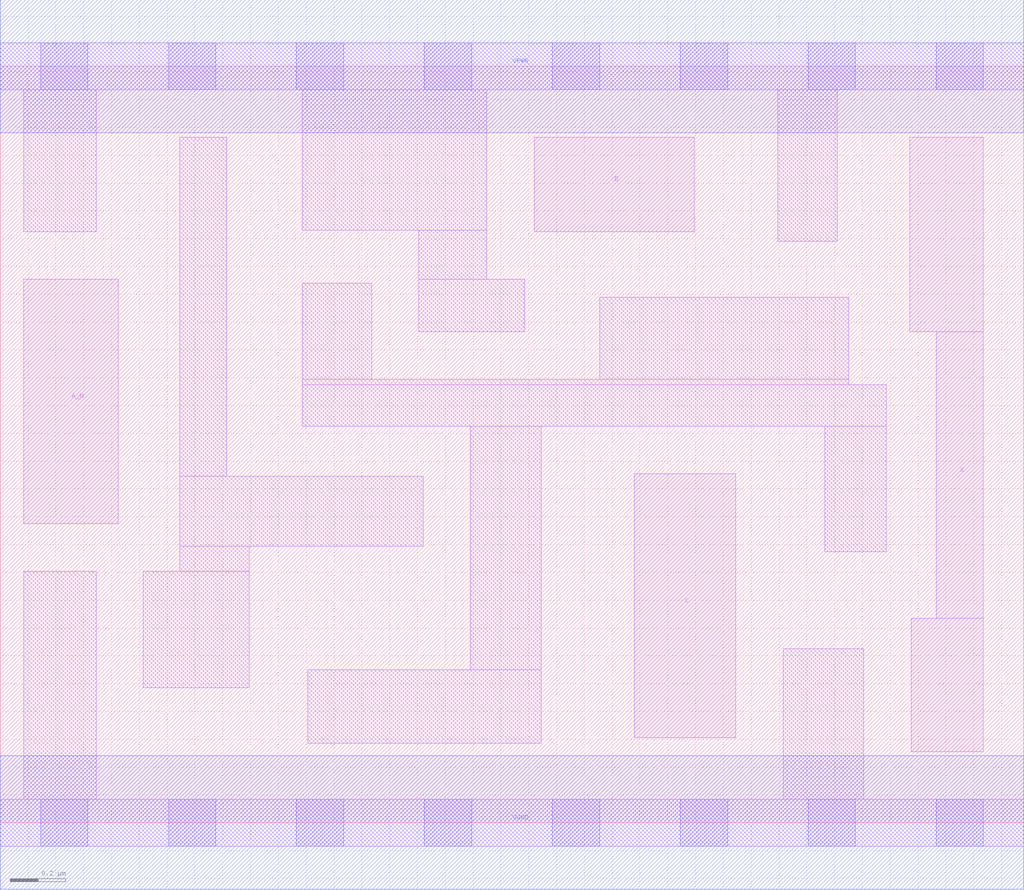
<source format=lef>
# Copyright 2020 The SkyWater PDK Authors
#
# Licensed under the Apache License, Version 2.0 (the "License");
# you may not use this file except in compliance with the License.
# You may obtain a copy of the License at
#
#     https://www.apache.org/licenses/LICENSE-2.0
#
# Unless required by applicable law or agreed to in writing, software
# distributed under the License is distributed on an "AS IS" BASIS,
# WITHOUT WARRANTIES OR CONDITIONS OF ANY KIND, either express or implied.
# See the License for the specific language governing permissions and
# limitations under the License.
#
# SPDX-License-Identifier: Apache-2.0

VERSION 5.7 ;
BUSBITCHARS "[]" ;
DIVIDERCHAR "/" ;
PROPERTYDEFINITIONS
  MACRO maskLayoutSubType STRING ;
  MACRO prCellType STRING ;
  MACRO originalViewName STRING ;
END PROPERTYDEFINITIONS
MACRO sky130_fd_sc_hdll__and3b_1
  ORIGIN  0.000000  0.000000 ;
  CLASS CORE ;
  SYMMETRY X Y R90 ;
  SIZE  3.680000 BY  2.720000 ;
  SITE unithd ;
  PIN A_N
    ANTENNAGATEAREA  0.138600 ;
    DIRECTION INPUT ;
    USE SIGNAL ;
    PORT
      LAYER li1 ;
        RECT 0.085000 1.075000 0.425000 1.955000 ;
    END
  END A_N
  PIN B
    ANTENNAGATEAREA  0.138600 ;
    DIRECTION INPUT ;
    USE SIGNAL ;
    PORT
      LAYER li1 ;
        RECT 1.920000 2.125000 2.495000 2.465000 ;
    END
  END B
  PIN C
    ANTENNAGATEAREA  0.138600 ;
    DIRECTION INPUT ;
    USE SIGNAL ;
    PORT
      LAYER li1 ;
        RECT 2.280000 0.305000 2.645000 1.255000 ;
    END
  END C
  PIN X
    ANTENNADIFFAREA  0.439000 ;
    DIRECTION OUTPUT ;
    USE SIGNAL ;
    PORT
      LAYER li1 ;
        RECT 3.270000 1.765000 3.535000 2.465000 ;
        RECT 3.275000 0.255000 3.535000 0.735000 ;
        RECT 3.365000 0.735000 3.535000 1.765000 ;
    END
  END X
  PIN VGND
    DIRECTION INOUT ;
    USE GROUND ;
    PORT
      LAYER met1 ;
        RECT 0.000000 -0.240000 3.680000 0.240000 ;
    END
  END VGND
  PIN VNB
    DIRECTION INOUT ;
    USE GROUND ;
    PORT
    END
  END VNB
  PIN VPB
    DIRECTION INOUT ;
    USE POWER ;
    PORT
    END
  END VPB
  PIN VPWR
    DIRECTION INOUT ;
    USE POWER ;
    PORT
      LAYER met1 ;
        RECT 0.000000 2.480000 3.680000 2.960000 ;
    END
  END VPWR
  OBS
    LAYER li1 ;
      RECT 0.000000 -0.085000 3.680000 0.085000 ;
      RECT 0.000000  2.635000 3.680000 2.805000 ;
      RECT 0.085000  0.085000 0.345000 0.905000 ;
      RECT 0.085000  2.125000 0.345000 2.635000 ;
      RECT 0.515000  0.485000 0.895000 0.905000 ;
      RECT 0.645000  0.905000 0.895000 0.995000 ;
      RECT 0.645000  0.995000 1.520000 1.245000 ;
      RECT 0.645000  1.245000 0.815000 2.465000 ;
      RECT 1.085000  1.425000 3.185000 1.575000 ;
      RECT 1.085000  1.575000 3.050000 1.595000 ;
      RECT 1.085000  1.595000 1.335000 1.940000 ;
      RECT 1.085000  2.130000 1.750000 2.635000 ;
      RECT 1.105000  0.285000 1.945000 0.550000 ;
      RECT 1.505000  1.765000 1.885000 1.955000 ;
      RECT 1.505000  1.955000 1.750000 2.130000 ;
      RECT 1.690000  0.550000 1.945000 1.425000 ;
      RECT 2.155000  1.595000 3.050000 1.890000 ;
      RECT 2.795000  2.090000 3.010000 2.635000 ;
      RECT 2.815000  0.085000 3.105000 0.625000 ;
      RECT 2.965000  0.975000 3.185000 1.425000 ;
    LAYER mcon ;
      RECT 0.145000 -0.085000 0.315000 0.085000 ;
      RECT 0.145000  2.635000 0.315000 2.805000 ;
      RECT 0.605000 -0.085000 0.775000 0.085000 ;
      RECT 0.605000  2.635000 0.775000 2.805000 ;
      RECT 1.065000 -0.085000 1.235000 0.085000 ;
      RECT 1.065000  2.635000 1.235000 2.805000 ;
      RECT 1.525000 -0.085000 1.695000 0.085000 ;
      RECT 1.525000  2.635000 1.695000 2.805000 ;
      RECT 1.985000 -0.085000 2.155000 0.085000 ;
      RECT 1.985000  2.635000 2.155000 2.805000 ;
      RECT 2.445000 -0.085000 2.615000 0.085000 ;
      RECT 2.445000  2.635000 2.615000 2.805000 ;
      RECT 2.905000 -0.085000 3.075000 0.085000 ;
      RECT 2.905000  2.635000 3.075000 2.805000 ;
      RECT 3.365000 -0.085000 3.535000 0.085000 ;
      RECT 3.365000  2.635000 3.535000 2.805000 ;
  END
  PROPERTY maskLayoutSubType "abstract" ;
  PROPERTY prCellType "standard" ;
  PROPERTY originalViewName "layout" ;
END sky130_fd_sc_hdll__and3b_1
END LIBRARY

</source>
